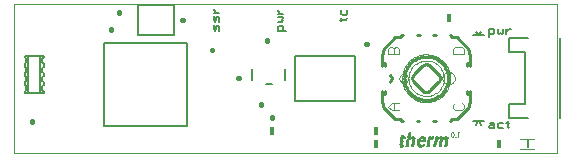
<source format=gto>
G75*
G70*
%OFA0B0*%
%FSLAX24Y24*%
%IPPOS*%
%LPD*%
%AMOC8*
5,1,8,0,0,1.08239X$1,22.5*
%
%ADD10C,0.0000*%
%ADD11C,0.0050*%
%ADD12C,0.0100*%
%ADD13C,0.0020*%
%ADD14C,0.0040*%
%ADD15C,0.0080*%
%ADD16R,0.0050X0.0305*%
%ADD17R,0.0160X0.0280*%
%ADD18C,0.0160*%
%ADD19R,0.0100X0.0020*%
%ADD20R,0.0140X0.0020*%
%ADD21R,0.0120X0.0020*%
%ADD22R,0.0180X0.0020*%
%ADD23R,0.0160X0.0020*%
%ADD24R,0.0240X0.0020*%
%ADD25R,0.0040X0.0020*%
%ADD26R,0.0300X0.0020*%
%ADD27R,0.0280X0.0020*%
%ADD28R,0.0460X0.0020*%
%ADD29R,0.0220X0.0020*%
%ADD30R,0.0260X0.0020*%
%ADD31R,0.0440X0.0020*%
%ADD32R,0.0020X0.0020*%
%ADD33R,0.0080X0.0020*%
D10*
X004510Y003979D02*
X004510Y008969D01*
X022630Y008969D01*
X022630Y003979D01*
X004510Y003979D01*
X017363Y006479D02*
X017365Y006503D01*
X017371Y006526D01*
X017380Y006548D01*
X017393Y006568D01*
X017408Y006586D01*
X017427Y006601D01*
X017448Y006613D01*
X017470Y006621D01*
X017493Y006626D01*
X017517Y006627D01*
X017541Y006624D01*
X017563Y006617D01*
X017585Y006607D01*
X017605Y006594D01*
X017622Y006577D01*
X017636Y006558D01*
X017647Y006537D01*
X017655Y006514D01*
X017659Y006491D01*
X017659Y006467D01*
X017655Y006444D01*
X017647Y006421D01*
X017636Y006400D01*
X017622Y006381D01*
X017605Y006364D01*
X017585Y006351D01*
X017563Y006341D01*
X017541Y006334D01*
X017517Y006331D01*
X017493Y006332D01*
X017470Y006337D01*
X017448Y006345D01*
X017427Y006357D01*
X017408Y006372D01*
X017393Y006390D01*
X017380Y006410D01*
X017371Y006432D01*
X017365Y006455D01*
X017363Y006479D01*
X018801Y006479D02*
X018803Y006507D01*
X018809Y006535D01*
X018818Y006561D01*
X018831Y006587D01*
X018847Y006610D01*
X018867Y006630D01*
X018889Y006648D01*
X018913Y006663D01*
X018939Y006674D01*
X018966Y006682D01*
X018994Y006686D01*
X019022Y006686D01*
X019050Y006682D01*
X019077Y006674D01*
X019103Y006663D01*
X019127Y006648D01*
X019149Y006630D01*
X019169Y006610D01*
X019185Y006587D01*
X019198Y006561D01*
X019207Y006535D01*
X019213Y006507D01*
X019215Y006479D01*
X019213Y006451D01*
X019207Y006423D01*
X019198Y006397D01*
X019185Y006371D01*
X019169Y006348D01*
X019149Y006328D01*
X019127Y006310D01*
X019103Y006295D01*
X019077Y006284D01*
X019050Y006276D01*
X019022Y006272D01*
X018994Y006272D01*
X018966Y006276D01*
X018939Y006284D01*
X018913Y006295D01*
X018889Y006310D01*
X018867Y006328D01*
X018847Y006348D01*
X018831Y006371D01*
X018818Y006397D01*
X018809Y006423D01*
X018803Y006451D01*
X018801Y006479D01*
D11*
X020347Y007852D02*
X020347Y008122D01*
X020482Y008122D01*
X020527Y008077D01*
X020527Y007987D01*
X020482Y007942D01*
X020347Y007942D01*
X020642Y007987D02*
X020642Y008122D01*
X020642Y007987D02*
X020687Y007942D01*
X020732Y007987D01*
X020777Y007942D01*
X020822Y007987D01*
X020822Y008122D01*
X020936Y008122D02*
X020936Y007942D01*
X020936Y008032D02*
X021026Y008122D01*
X021071Y008122D01*
X020981Y005042D02*
X020981Y004862D01*
X021026Y004817D01*
X020822Y004817D02*
X020687Y004817D01*
X020642Y004862D01*
X020642Y004952D01*
X020687Y004997D01*
X020822Y004997D01*
X020936Y004997D02*
X021026Y004997D01*
X020527Y004952D02*
X020527Y004817D01*
X020392Y004817D01*
X020347Y004862D01*
X020392Y004907D01*
X020527Y004907D01*
X020527Y004952D02*
X020482Y004997D01*
X020392Y004997D01*
X015885Y005729D02*
X015885Y007229D01*
X013885Y007229D01*
X013885Y005729D01*
X015885Y005729D01*
X013582Y008045D02*
X013312Y008045D01*
X013312Y008180D01*
X013357Y008225D01*
X013447Y008225D01*
X013492Y008180D01*
X013492Y008045D01*
X013447Y008339D02*
X013492Y008384D01*
X013447Y008429D01*
X013492Y008474D01*
X013447Y008519D01*
X013312Y008519D01*
X013312Y008634D02*
X013492Y008634D01*
X013402Y008634D02*
X013312Y008724D01*
X013312Y008769D01*
X013312Y008339D02*
X013447Y008339D01*
X015392Y008433D02*
X015572Y008433D01*
X015617Y008478D01*
X015572Y008585D02*
X015617Y008630D01*
X015617Y008765D01*
X015437Y008765D02*
X015437Y008630D01*
X015482Y008585D01*
X015572Y008585D01*
X015437Y008478D02*
X015437Y008388D01*
X011360Y008362D02*
X011360Y008497D01*
X011314Y008542D01*
X011269Y008497D01*
X011269Y008407D01*
X011224Y008362D01*
X011179Y008407D01*
X011179Y008542D01*
X011179Y008656D02*
X011360Y008656D01*
X011269Y008656D02*
X011179Y008746D01*
X011179Y008791D01*
X011179Y008247D02*
X011179Y008112D01*
X011224Y008067D01*
X011269Y008112D01*
X011269Y008202D01*
X011314Y008247D01*
X011360Y008202D01*
X011360Y008067D01*
X010289Y007643D02*
X007533Y007643D01*
X007533Y004887D01*
X010289Y004887D01*
X010289Y007643D01*
X009850Y007925D02*
X008669Y007925D01*
X008669Y008909D01*
X009850Y008909D01*
X009850Y007925D01*
X005517Y007234D02*
X005517Y007174D01*
X005467Y007134D01*
X005467Y007004D01*
X005517Y006964D01*
X005517Y006864D01*
X005467Y006824D01*
X005467Y006694D01*
X005517Y006664D01*
X005517Y006554D01*
X005467Y006514D01*
X005467Y006384D01*
X005517Y006344D01*
X005517Y006244D01*
X005467Y006204D01*
X005467Y006074D01*
X005517Y006034D01*
X005517Y005974D01*
X005392Y005974D01*
X005392Y007234D01*
X005517Y007234D01*
X005392Y007234D02*
X005002Y007234D01*
X004877Y007234D01*
X004877Y007174D01*
X004927Y007134D01*
X004927Y007004D01*
X004877Y006964D01*
X004877Y006864D01*
X004927Y006834D01*
X004927Y006694D01*
X004877Y006654D01*
X004877Y006544D01*
X004927Y006514D01*
X004927Y006384D01*
X004877Y006354D01*
X004877Y006244D01*
X004927Y006204D01*
X004927Y006074D01*
X004877Y006034D01*
X004877Y005974D01*
X005002Y005974D01*
X005392Y005974D01*
X005002Y005974D02*
X005002Y007234D01*
D12*
X016783Y006997D02*
X016795Y006997D01*
X016795Y007298D01*
X016817Y007298D01*
X016817Y007431D01*
X017230Y007844D01*
X017425Y007844D01*
X017425Y007917D01*
X017472Y007917D01*
X017945Y007917D02*
X018043Y007917D01*
X018476Y007917D02*
X018574Y007917D01*
X019047Y007917D02*
X019094Y007917D01*
X019094Y007844D01*
X019289Y007844D01*
X019702Y007431D01*
X019702Y007298D01*
X019724Y007298D01*
X019724Y006997D01*
X019736Y006997D02*
X019736Y006893D01*
X019736Y006997D02*
X019622Y006997D01*
X019622Y006893D01*
X018663Y006619D02*
X018399Y006883D01*
X018380Y006900D01*
X018359Y006915D01*
X018335Y006926D01*
X018311Y006934D01*
X018286Y006939D01*
X018260Y006941D01*
X018234Y006939D01*
X018209Y006934D01*
X018185Y006926D01*
X018162Y006915D01*
X018140Y006900D01*
X018121Y006883D01*
X018120Y006883D02*
X017856Y006619D01*
X017856Y006618D02*
X017839Y006599D01*
X017824Y006578D01*
X017813Y006554D01*
X017805Y006530D01*
X017800Y006505D01*
X017798Y006479D01*
X017800Y006453D01*
X017805Y006428D01*
X017813Y006404D01*
X017824Y006381D01*
X017839Y006359D01*
X017856Y006340D01*
X018120Y006076D01*
X018121Y006076D02*
X018140Y006059D01*
X018162Y006044D01*
X018185Y006033D01*
X018209Y006025D01*
X018234Y006020D01*
X018260Y006018D01*
X018286Y006020D01*
X018311Y006025D01*
X018335Y006033D01*
X018359Y006044D01*
X018380Y006059D01*
X018399Y006076D01*
X018663Y006340D01*
X018680Y006359D01*
X018695Y006381D01*
X018706Y006404D01*
X018714Y006428D01*
X018719Y006453D01*
X018721Y006479D01*
X018719Y006505D01*
X018714Y006530D01*
X018706Y006554D01*
X018695Y006578D01*
X018680Y006599D01*
X018663Y006618D01*
X017536Y006479D02*
X017538Y006532D01*
X017544Y006586D01*
X017554Y006638D01*
X017567Y006690D01*
X017585Y006741D01*
X017606Y006790D01*
X017631Y006837D01*
X017659Y006883D01*
X017690Y006926D01*
X017725Y006967D01*
X017762Y007005D01*
X017803Y007040D01*
X017845Y007072D01*
X017890Y007101D01*
X017937Y007127D01*
X017986Y007149D01*
X018036Y007168D01*
X018088Y007182D01*
X018140Y007193D01*
X018193Y007200D01*
X018247Y007203D01*
X018300Y007202D01*
X018353Y007197D01*
X018406Y007188D01*
X018458Y007175D01*
X018509Y007159D01*
X018559Y007139D01*
X018606Y007115D01*
X018652Y007087D01*
X018696Y007057D01*
X018738Y007023D01*
X018777Y006986D01*
X018813Y006947D01*
X018846Y006905D01*
X018876Y006860D01*
X018902Y006814D01*
X018925Y006765D01*
X018944Y006715D01*
X018960Y006664D01*
X018972Y006612D01*
X018980Y006559D01*
X018984Y006506D01*
X018984Y006452D01*
X018980Y006399D01*
X018972Y006346D01*
X018960Y006294D01*
X018944Y006243D01*
X018925Y006193D01*
X018902Y006144D01*
X018876Y006098D01*
X018846Y006053D01*
X018813Y006011D01*
X018777Y005972D01*
X018738Y005935D01*
X018696Y005901D01*
X018652Y005871D01*
X018606Y005843D01*
X018559Y005819D01*
X018509Y005799D01*
X018458Y005783D01*
X018406Y005770D01*
X018353Y005761D01*
X018300Y005756D01*
X018247Y005755D01*
X018193Y005758D01*
X018140Y005765D01*
X018088Y005776D01*
X018036Y005790D01*
X017986Y005809D01*
X017937Y005831D01*
X017890Y005857D01*
X017845Y005886D01*
X017803Y005918D01*
X017762Y005953D01*
X017725Y005991D01*
X017690Y006032D01*
X017659Y006075D01*
X017631Y006121D01*
X017606Y006168D01*
X017585Y006217D01*
X017567Y006268D01*
X017554Y006320D01*
X017544Y006372D01*
X017538Y006426D01*
X017536Y006479D01*
X017122Y006479D02*
X017039Y006592D01*
X017122Y006479D02*
X017039Y006367D01*
X016897Y006066D02*
X016897Y005962D01*
X016783Y005962D01*
X016783Y006066D01*
X016795Y005962D02*
X016795Y005661D01*
X016817Y005661D01*
X016817Y005528D01*
X017230Y005115D01*
X017425Y005115D01*
X017425Y005042D01*
X017472Y005042D01*
X017945Y005042D02*
X018023Y005042D01*
X018496Y005042D02*
X018574Y005042D01*
X019047Y005042D02*
X019094Y005042D01*
X019094Y005115D01*
X019289Y005115D01*
X019702Y005528D01*
X019702Y005661D01*
X019724Y005661D01*
X019724Y005962D01*
X019736Y005962D01*
X019736Y006066D01*
X019724Y005962D02*
X019622Y005962D01*
X019622Y006066D01*
X016897Y006893D02*
X016897Y006997D01*
X016795Y006997D01*
X016783Y006997D02*
X016783Y006893D01*
D13*
X017463Y006479D02*
X017465Y006535D01*
X017471Y006591D01*
X017481Y006647D01*
X017495Y006701D01*
X017512Y006755D01*
X017533Y006807D01*
X017558Y006857D01*
X017587Y006906D01*
X017619Y006952D01*
X017653Y006996D01*
X017691Y007038D01*
X017732Y007076D01*
X017776Y007112D01*
X017822Y007145D01*
X017870Y007174D01*
X017920Y007200D01*
X017971Y007222D01*
X018024Y007240D01*
X018079Y007255D01*
X018134Y007266D01*
X018190Y007273D01*
X018246Y007276D01*
X018302Y007275D01*
X018358Y007270D01*
X018414Y007261D01*
X018469Y007248D01*
X018522Y007232D01*
X018575Y007211D01*
X018626Y007187D01*
X018675Y007160D01*
X018722Y007129D01*
X018766Y007095D01*
X018808Y007057D01*
X018848Y007017D01*
X018884Y006974D01*
X018918Y006929D01*
X018948Y006882D01*
X018975Y006832D01*
X018998Y006781D01*
X019017Y006728D01*
X019033Y006674D01*
X019045Y006619D01*
X019053Y006563D01*
X019057Y006507D01*
X019057Y006451D01*
X019053Y006395D01*
X019045Y006339D01*
X019033Y006284D01*
X019017Y006230D01*
X018998Y006177D01*
X018975Y006126D01*
X018948Y006076D01*
X018918Y006029D01*
X018884Y005984D01*
X018848Y005941D01*
X018808Y005901D01*
X018766Y005863D01*
X018722Y005829D01*
X018675Y005798D01*
X018626Y005771D01*
X018575Y005747D01*
X018522Y005726D01*
X018469Y005710D01*
X018414Y005697D01*
X018358Y005688D01*
X018302Y005683D01*
X018246Y005682D01*
X018190Y005685D01*
X018134Y005692D01*
X018079Y005703D01*
X018024Y005718D01*
X017971Y005736D01*
X017920Y005758D01*
X017870Y005784D01*
X017822Y005813D01*
X017776Y005846D01*
X017732Y005882D01*
X017691Y005920D01*
X017653Y005962D01*
X017619Y006006D01*
X017587Y006052D01*
X017558Y006101D01*
X017533Y006151D01*
X017512Y006203D01*
X017495Y006257D01*
X017481Y006311D01*
X017471Y006367D01*
X017465Y006423D01*
X017463Y006479D01*
X017669Y006479D02*
X017671Y006527D01*
X017677Y006575D01*
X017687Y006622D01*
X017700Y006668D01*
X017718Y006713D01*
X017738Y006757D01*
X017763Y006799D01*
X017791Y006838D01*
X017821Y006875D01*
X017855Y006909D01*
X017892Y006941D01*
X017930Y006970D01*
X017971Y006995D01*
X018014Y007017D01*
X018059Y007035D01*
X018105Y007049D01*
X018152Y007060D01*
X018200Y007067D01*
X018248Y007070D01*
X018296Y007069D01*
X018344Y007064D01*
X018392Y007055D01*
X018438Y007043D01*
X018483Y007026D01*
X018527Y007006D01*
X018569Y006983D01*
X018609Y006956D01*
X018647Y006926D01*
X018682Y006893D01*
X018714Y006857D01*
X018744Y006819D01*
X018770Y006778D01*
X018792Y006735D01*
X018812Y006691D01*
X018827Y006646D01*
X018839Y006599D01*
X018847Y006551D01*
X018851Y006503D01*
X018851Y006455D01*
X018847Y006407D01*
X018839Y006359D01*
X018827Y006312D01*
X018812Y006267D01*
X018792Y006223D01*
X018770Y006180D01*
X018744Y006139D01*
X018714Y006101D01*
X018682Y006065D01*
X018647Y006032D01*
X018609Y006002D01*
X018569Y005975D01*
X018527Y005952D01*
X018483Y005932D01*
X018438Y005915D01*
X018392Y005903D01*
X018344Y005894D01*
X018296Y005889D01*
X018248Y005888D01*
X018200Y005891D01*
X018152Y005898D01*
X018105Y005909D01*
X018059Y005923D01*
X018014Y005941D01*
X017971Y005963D01*
X017930Y005988D01*
X017892Y006017D01*
X017855Y006049D01*
X017821Y006083D01*
X017791Y006120D01*
X017763Y006159D01*
X017738Y006201D01*
X017718Y006245D01*
X017700Y006290D01*
X017687Y006336D01*
X017677Y006383D01*
X017671Y006431D01*
X017669Y006479D01*
D14*
X017354Y007287D02*
X016993Y007287D01*
X016993Y007467D01*
X017053Y007527D01*
X017113Y007527D01*
X017174Y007467D01*
X017174Y007287D01*
X017354Y007287D02*
X017354Y007467D01*
X017294Y007527D01*
X017234Y007527D01*
X017174Y007467D01*
X019159Y007467D02*
X019159Y007287D01*
X019519Y007287D01*
X019519Y007467D01*
X019459Y007527D01*
X019219Y007527D01*
X019159Y007467D01*
X019219Y005657D02*
X019159Y005597D01*
X019159Y005477D01*
X019219Y005417D01*
X019459Y005417D01*
X019519Y005477D01*
X019519Y005597D01*
X019459Y005657D01*
X021402Y004449D02*
X021867Y004449D01*
X021867Y004135D02*
X021402Y004135D01*
X017354Y005417D02*
X017113Y005417D01*
X016993Y005537D01*
X017113Y005657D01*
X017354Y005657D01*
X017174Y005657D02*
X017174Y005417D01*
D15*
X019828Y005046D02*
X020010Y005046D01*
X020102Y004924D01*
X020191Y005046D02*
X020010Y005046D01*
X020000Y005040D02*
X019924Y004924D01*
X021012Y005141D02*
X021012Y005613D01*
X021564Y005613D01*
X021564Y007346D01*
X021012Y007346D01*
X021012Y007818D01*
X021642Y007818D01*
X022705Y007818D02*
X022705Y005141D01*
X021642Y005141D02*
X021012Y005141D01*
X020191Y007913D02*
X020010Y007913D01*
X019917Y008035D01*
X019828Y007913D02*
X020010Y007913D01*
X020020Y007919D02*
X020095Y008035D01*
X013570Y006774D02*
X013570Y006435D01*
X013115Y006285D02*
X012904Y006285D01*
X012450Y006435D02*
X012450Y006774D01*
D16*
X021665Y004294D03*
D17*
X020697Y004292D03*
X016572Y004292D03*
X016572Y004729D03*
X013135Y004729D03*
X019010Y008479D03*
D18*
X016272Y007604D02*
X016248Y007604D01*
X012947Y007717D02*
X012947Y007742D01*
X011135Y007429D02*
X011135Y007405D01*
X011998Y006479D02*
X012022Y006479D01*
X012760Y005617D02*
X012760Y005592D01*
X013135Y005179D02*
X013135Y005155D01*
X010147Y008417D02*
X010123Y008417D01*
X008010Y008655D02*
X008010Y008679D01*
X007760Y008117D02*
X007760Y008092D01*
X005135Y005054D02*
X005135Y005030D01*
D19*
X017445Y004347D03*
X017445Y004327D03*
X017445Y004307D03*
X017445Y004287D03*
X017445Y004267D03*
X017465Y004167D03*
X017645Y004207D03*
X017645Y004227D03*
X017645Y004247D03*
X017645Y004267D03*
X017645Y004287D03*
X017665Y004307D03*
X017665Y004327D03*
X017665Y004347D03*
X017665Y004367D03*
X017665Y004387D03*
X017685Y004507D03*
X017705Y004527D03*
X017705Y004547D03*
X017705Y004567D03*
X017705Y004587D03*
X017705Y004607D03*
X017705Y004627D03*
X017485Y004547D03*
X017485Y004527D03*
X017465Y004427D03*
X017465Y004407D03*
X017465Y004387D03*
X017845Y004347D03*
X017845Y004327D03*
X017845Y004307D03*
X017845Y004287D03*
X017845Y004267D03*
X017825Y004227D03*
X017825Y004207D03*
X017825Y004187D03*
X018005Y004267D03*
X018005Y004287D03*
X018005Y004307D03*
X018005Y004327D03*
X018025Y004407D03*
X018045Y004427D03*
X018145Y004507D03*
X018205Y004447D03*
X018225Y004427D03*
X018225Y004407D03*
X018365Y004387D03*
X018365Y004367D03*
X018365Y004347D03*
X018365Y004327D03*
X018365Y004307D03*
X018345Y004287D03*
X018345Y004267D03*
X018345Y004247D03*
X018345Y004227D03*
X018345Y004207D03*
X018565Y004207D03*
X018565Y004227D03*
X018565Y004247D03*
X018585Y004267D03*
X018585Y004287D03*
X018585Y004307D03*
X018585Y004327D03*
X018585Y004347D03*
X018605Y004387D03*
X018605Y004407D03*
X018765Y004347D03*
X018765Y004327D03*
X018765Y004307D03*
X018765Y004287D03*
X018765Y004267D03*
X018765Y004247D03*
X018745Y004227D03*
X018745Y004207D03*
X018745Y004187D03*
X018925Y004187D03*
X018925Y004207D03*
X018945Y004227D03*
X018945Y004247D03*
X018945Y004267D03*
X018945Y004287D03*
X018945Y004307D03*
X018945Y004327D03*
X018965Y004347D03*
X018965Y004367D03*
X018965Y004387D03*
X018965Y004407D03*
X018965Y004427D03*
X018785Y004407D03*
X018785Y004387D03*
X018785Y004367D03*
X018565Y004187D03*
X018085Y004167D03*
X017865Y004367D03*
X017865Y004387D03*
X017865Y004407D03*
X017865Y004427D03*
D20*
X017465Y004187D03*
X018625Y004427D03*
X018805Y004427D03*
D21*
X018595Y004367D03*
X018375Y004407D03*
X018075Y004447D03*
X018015Y004247D03*
X017835Y004247D03*
X017635Y004187D03*
X017435Y004247D03*
X017455Y004367D03*
X017675Y004407D03*
X017695Y004427D03*
X018335Y004187D03*
D22*
X018085Y004187D03*
X018145Y004487D03*
X018425Y004487D03*
X018425Y004467D03*
X018425Y004447D03*
X017485Y004447D03*
X017485Y004467D03*
X017485Y004487D03*
D23*
X017495Y004507D03*
X017455Y004227D03*
X017455Y004207D03*
X018415Y004427D03*
D24*
X018095Y004227D03*
X018095Y004207D03*
D25*
X018175Y004247D03*
X018495Y004507D03*
X019155Y004487D03*
X019255Y004487D03*
X019355Y004647D03*
X019155Y004647D03*
D26*
X018125Y004387D03*
X018125Y004367D03*
X018105Y004347D03*
D27*
X017775Y004447D03*
X017775Y004467D03*
D28*
X018785Y004467D03*
X018785Y004447D03*
D29*
X018145Y004467D03*
D30*
X017765Y004487D03*
D31*
X018795Y004487D03*
D32*
X019105Y004527D03*
X019105Y004547D03*
X019105Y004567D03*
X019105Y004587D03*
X019125Y004607D03*
X019125Y004627D03*
X019185Y004627D03*
X019185Y004607D03*
X019205Y004587D03*
X019205Y004567D03*
X019205Y004547D03*
X019185Y004527D03*
X019185Y004507D03*
X019125Y004507D03*
X019365Y004507D03*
X019365Y004527D03*
X019365Y004547D03*
X019365Y004567D03*
X019365Y004587D03*
X019365Y004607D03*
X019365Y004627D03*
X019365Y004487D03*
D33*
X018935Y004507D03*
X018755Y004507D03*
X018615Y004507D03*
X018395Y004507D03*
X017835Y004507D03*
X017715Y004647D03*
X017495Y004567D03*
M02*

</source>
